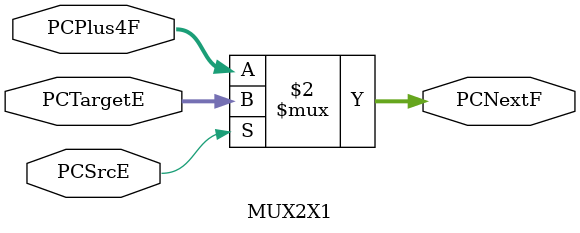
<source format=v>
`timescale 1ns / 1ps
module MUX2X1(
input PCSrcE,
input [4:0] PCPlus4F, 
input [4:0] PCTargetE, 
output [4:0] PCNextF);

  assign PCNextF = (PCSrcE == 0) ? PCPlus4F : PCTargetE;

endmodule
</source>
